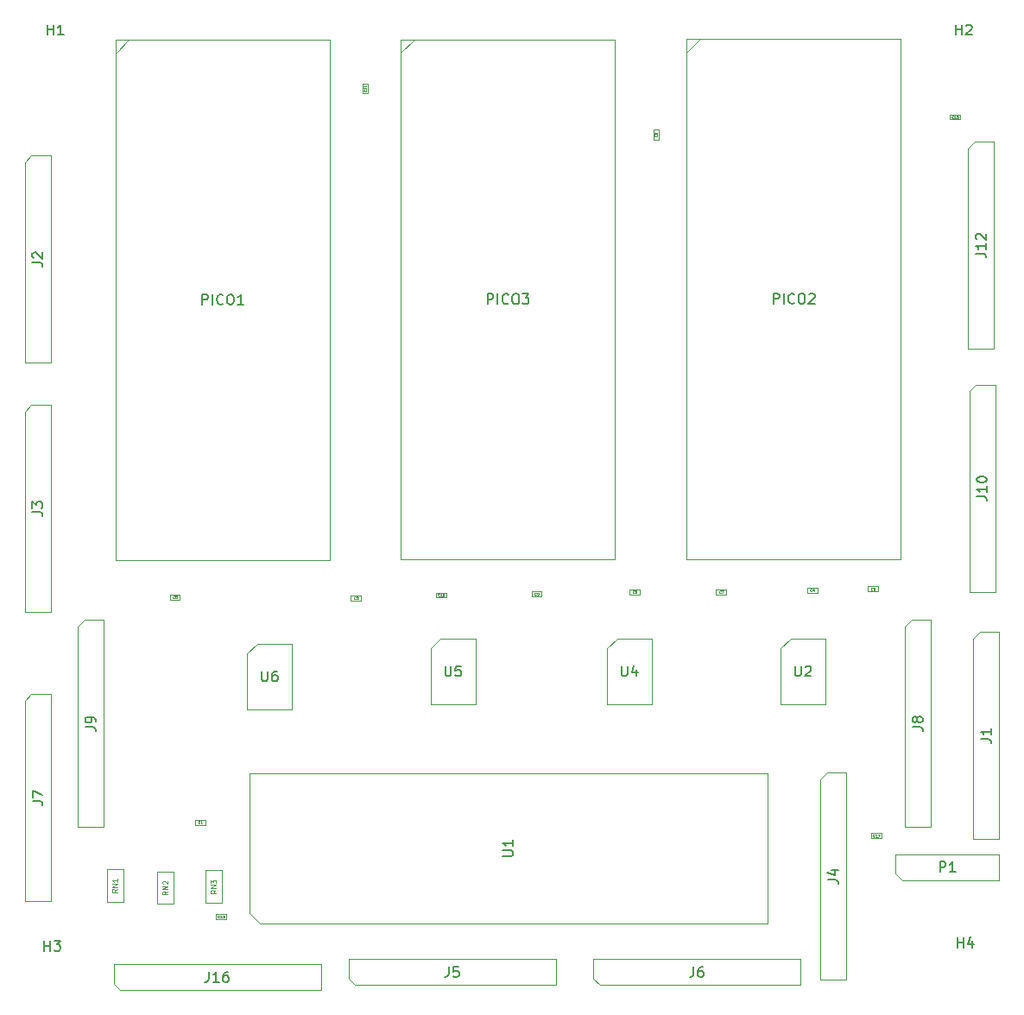
<source format=gbr>
G04 #@! TF.GenerationSoftware,KiCad,Pcbnew,7.0.11-7.0.11~ubuntu22.04.1*
G04 #@! TF.CreationDate,2024-09-18T23:24:04-04:00*
G04 #@! TF.ProjectId,tfr903d,74667239-3033-4642-9e6b-696361645f70,2024-09-18*
G04 #@! TF.SameCoordinates,Original*
G04 #@! TF.FileFunction,AssemblyDrawing,Top*
%FSLAX46Y46*%
G04 Gerber Fmt 4.6, Leading zero omitted, Abs format (unit mm)*
G04 Created by KiCad (PCBNEW 7.0.11-7.0.11~ubuntu22.04.1) date 2024-09-18 23:24:04*
%MOMM*%
%LPD*%
G01*
G04 APERTURE LIST*
%ADD10C,0.040000*%
%ADD11C,0.075000*%
%ADD12C,0.150000*%
%ADD13C,0.100000*%
%ADD14C,0.120000*%
G04 APERTURE END LIST*
D10*
X114489765Y-61961666D02*
X114501670Y-61973570D01*
X114501670Y-61973570D02*
X114513574Y-62009285D01*
X114513574Y-62009285D02*
X114513574Y-62033094D01*
X114513574Y-62033094D02*
X114501670Y-62068808D01*
X114501670Y-62068808D02*
X114477860Y-62092618D01*
X114477860Y-62092618D02*
X114454050Y-62104523D01*
X114454050Y-62104523D02*
X114406431Y-62116427D01*
X114406431Y-62116427D02*
X114370717Y-62116427D01*
X114370717Y-62116427D02*
X114323098Y-62104523D01*
X114323098Y-62104523D02*
X114299289Y-62092618D01*
X114299289Y-62092618D02*
X114275479Y-62068808D01*
X114275479Y-62068808D02*
X114263574Y-62033094D01*
X114263574Y-62033094D02*
X114263574Y-62009285D01*
X114263574Y-62009285D02*
X114275479Y-61973570D01*
X114275479Y-61973570D02*
X114287384Y-61961666D01*
X114263574Y-61747380D02*
X114263574Y-61794999D01*
X114263574Y-61794999D02*
X114275479Y-61818808D01*
X114275479Y-61818808D02*
X114287384Y-61830713D01*
X114287384Y-61830713D02*
X114323098Y-61854523D01*
X114323098Y-61854523D02*
X114370717Y-61866427D01*
X114370717Y-61866427D02*
X114465955Y-61866427D01*
X114465955Y-61866427D02*
X114489765Y-61854523D01*
X114489765Y-61854523D02*
X114501670Y-61842618D01*
X114501670Y-61842618D02*
X114513574Y-61818808D01*
X114513574Y-61818808D02*
X114513574Y-61771189D01*
X114513574Y-61771189D02*
X114501670Y-61747380D01*
X114501670Y-61747380D02*
X114489765Y-61735475D01*
X114489765Y-61735475D02*
X114465955Y-61723570D01*
X114465955Y-61723570D02*
X114406431Y-61723570D01*
X114406431Y-61723570D02*
X114382622Y-61735475D01*
X114382622Y-61735475D02*
X114370717Y-61747380D01*
X114370717Y-61747380D02*
X114358812Y-61771189D01*
X114358812Y-61771189D02*
X114358812Y-61818808D01*
X114358812Y-61818808D02*
X114370717Y-61842618D01*
X114370717Y-61842618D02*
X114382622Y-61854523D01*
X114382622Y-61854523D02*
X114406431Y-61866427D01*
X102658333Y-107089765D02*
X102646429Y-107101670D01*
X102646429Y-107101670D02*
X102610714Y-107113574D01*
X102610714Y-107113574D02*
X102586905Y-107113574D01*
X102586905Y-107113574D02*
X102551191Y-107101670D01*
X102551191Y-107101670D02*
X102527381Y-107077860D01*
X102527381Y-107077860D02*
X102515476Y-107054050D01*
X102515476Y-107054050D02*
X102503572Y-107006431D01*
X102503572Y-107006431D02*
X102503572Y-106970717D01*
X102503572Y-106970717D02*
X102515476Y-106923098D01*
X102515476Y-106923098D02*
X102527381Y-106899289D01*
X102527381Y-106899289D02*
X102551191Y-106875479D01*
X102551191Y-106875479D02*
X102586905Y-106863574D01*
X102586905Y-106863574D02*
X102610714Y-106863574D01*
X102610714Y-106863574D02*
X102646429Y-106875479D01*
X102646429Y-106875479D02*
X102658333Y-106887384D01*
X102777381Y-107113574D02*
X102825000Y-107113574D01*
X102825000Y-107113574D02*
X102848810Y-107101670D01*
X102848810Y-107101670D02*
X102860714Y-107089765D01*
X102860714Y-107089765D02*
X102884524Y-107054050D01*
X102884524Y-107054050D02*
X102896429Y-107006431D01*
X102896429Y-107006431D02*
X102896429Y-106911193D01*
X102896429Y-106911193D02*
X102884524Y-106887384D01*
X102884524Y-106887384D02*
X102872619Y-106875479D01*
X102872619Y-106875479D02*
X102848810Y-106863574D01*
X102848810Y-106863574D02*
X102801191Y-106863574D01*
X102801191Y-106863574D02*
X102777381Y-106875479D01*
X102777381Y-106875479D02*
X102765476Y-106887384D01*
X102765476Y-106887384D02*
X102753572Y-106911193D01*
X102753572Y-106911193D02*
X102753572Y-106970717D01*
X102753572Y-106970717D02*
X102765476Y-106994527D01*
X102765476Y-106994527D02*
X102777381Y-107006431D01*
X102777381Y-107006431D02*
X102801191Y-107018336D01*
X102801191Y-107018336D02*
X102848810Y-107018336D01*
X102848810Y-107018336D02*
X102872619Y-107006431D01*
X102872619Y-107006431D02*
X102884524Y-106994527D01*
X102884524Y-106994527D02*
X102896429Y-106970717D01*
D11*
X66527409Y-136145238D02*
X66289314Y-136311904D01*
X66527409Y-136430952D02*
X66027409Y-136430952D01*
X66027409Y-136430952D02*
X66027409Y-136240476D01*
X66027409Y-136240476D02*
X66051219Y-136192857D01*
X66051219Y-136192857D02*
X66075028Y-136169047D01*
X66075028Y-136169047D02*
X66122647Y-136145238D01*
X66122647Y-136145238D02*
X66194076Y-136145238D01*
X66194076Y-136145238D02*
X66241695Y-136169047D01*
X66241695Y-136169047D02*
X66265504Y-136192857D01*
X66265504Y-136192857D02*
X66289314Y-136240476D01*
X66289314Y-136240476D02*
X66289314Y-136430952D01*
X66527409Y-135930952D02*
X66027409Y-135930952D01*
X66027409Y-135930952D02*
X66527409Y-135645238D01*
X66527409Y-135645238D02*
X66027409Y-135645238D01*
X66075028Y-135430951D02*
X66051219Y-135407142D01*
X66051219Y-135407142D02*
X66027409Y-135359523D01*
X66027409Y-135359523D02*
X66027409Y-135240475D01*
X66027409Y-135240475D02*
X66051219Y-135192856D01*
X66051219Y-135192856D02*
X66075028Y-135169047D01*
X66075028Y-135169047D02*
X66122647Y-135145237D01*
X66122647Y-135145237D02*
X66170266Y-135145237D01*
X66170266Y-135145237D02*
X66241695Y-135169047D01*
X66241695Y-135169047D02*
X66527409Y-135454761D01*
X66527409Y-135454761D02*
X66527409Y-135145237D01*
D10*
X69678333Y-129489765D02*
X69666429Y-129501670D01*
X69666429Y-129501670D02*
X69630714Y-129513574D01*
X69630714Y-129513574D02*
X69606905Y-129513574D01*
X69606905Y-129513574D02*
X69571191Y-129501670D01*
X69571191Y-129501670D02*
X69547381Y-129477860D01*
X69547381Y-129477860D02*
X69535476Y-129454050D01*
X69535476Y-129454050D02*
X69523572Y-129406431D01*
X69523572Y-129406431D02*
X69523572Y-129370717D01*
X69523572Y-129370717D02*
X69535476Y-129323098D01*
X69535476Y-129323098D02*
X69547381Y-129299289D01*
X69547381Y-129299289D02*
X69571191Y-129275479D01*
X69571191Y-129275479D02*
X69606905Y-129263574D01*
X69606905Y-129263574D02*
X69630714Y-129263574D01*
X69630714Y-129263574D02*
X69666429Y-129275479D01*
X69666429Y-129275479D02*
X69678333Y-129287384D01*
X69916429Y-129513574D02*
X69773572Y-129513574D01*
X69845000Y-129513574D02*
X69845000Y-129263574D01*
X69845000Y-129263574D02*
X69821191Y-129299289D01*
X69821191Y-129299289D02*
X69797381Y-129323098D01*
X69797381Y-129323098D02*
X69773572Y-129335003D01*
D12*
X97885000Y-78544819D02*
X97885000Y-77544819D01*
X97885000Y-77544819D02*
X98265952Y-77544819D01*
X98265952Y-77544819D02*
X98361190Y-77592438D01*
X98361190Y-77592438D02*
X98408809Y-77640057D01*
X98408809Y-77640057D02*
X98456428Y-77735295D01*
X98456428Y-77735295D02*
X98456428Y-77878152D01*
X98456428Y-77878152D02*
X98408809Y-77973390D01*
X98408809Y-77973390D02*
X98361190Y-78021009D01*
X98361190Y-78021009D02*
X98265952Y-78068628D01*
X98265952Y-78068628D02*
X97885000Y-78068628D01*
X98885000Y-78544819D02*
X98885000Y-77544819D01*
X99932618Y-78449580D02*
X99884999Y-78497200D01*
X99884999Y-78497200D02*
X99742142Y-78544819D01*
X99742142Y-78544819D02*
X99646904Y-78544819D01*
X99646904Y-78544819D02*
X99504047Y-78497200D01*
X99504047Y-78497200D02*
X99408809Y-78401961D01*
X99408809Y-78401961D02*
X99361190Y-78306723D01*
X99361190Y-78306723D02*
X99313571Y-78116247D01*
X99313571Y-78116247D02*
X99313571Y-77973390D01*
X99313571Y-77973390D02*
X99361190Y-77782914D01*
X99361190Y-77782914D02*
X99408809Y-77687676D01*
X99408809Y-77687676D02*
X99504047Y-77592438D01*
X99504047Y-77592438D02*
X99646904Y-77544819D01*
X99646904Y-77544819D02*
X99742142Y-77544819D01*
X99742142Y-77544819D02*
X99884999Y-77592438D01*
X99884999Y-77592438D02*
X99932618Y-77640057D01*
X100551666Y-77544819D02*
X100742142Y-77544819D01*
X100742142Y-77544819D02*
X100837380Y-77592438D01*
X100837380Y-77592438D02*
X100932618Y-77687676D01*
X100932618Y-77687676D02*
X100980237Y-77878152D01*
X100980237Y-77878152D02*
X100980237Y-78211485D01*
X100980237Y-78211485D02*
X100932618Y-78401961D01*
X100932618Y-78401961D02*
X100837380Y-78497200D01*
X100837380Y-78497200D02*
X100742142Y-78544819D01*
X100742142Y-78544819D02*
X100551666Y-78544819D01*
X100551666Y-78544819D02*
X100456428Y-78497200D01*
X100456428Y-78497200D02*
X100361190Y-78401961D01*
X100361190Y-78401961D02*
X100313571Y-78211485D01*
X100313571Y-78211485D02*
X100313571Y-77878152D01*
X100313571Y-77878152D02*
X100361190Y-77687676D01*
X100361190Y-77687676D02*
X100456428Y-77592438D01*
X100456428Y-77592438D02*
X100551666Y-77544819D01*
X101313571Y-77544819D02*
X101932618Y-77544819D01*
X101932618Y-77544819D02*
X101599285Y-77925771D01*
X101599285Y-77925771D02*
X101742142Y-77925771D01*
X101742142Y-77925771D02*
X101837380Y-77973390D01*
X101837380Y-77973390D02*
X101884999Y-78021009D01*
X101884999Y-78021009D02*
X101932618Y-78116247D01*
X101932618Y-78116247D02*
X101932618Y-78354342D01*
X101932618Y-78354342D02*
X101884999Y-78449580D01*
X101884999Y-78449580D02*
X101837380Y-78497200D01*
X101837380Y-78497200D02*
X101742142Y-78544819D01*
X101742142Y-78544819D02*
X101456428Y-78544819D01*
X101456428Y-78544819D02*
X101361190Y-78497200D01*
X101361190Y-78497200D02*
X101313571Y-78449580D01*
X53254819Y-127303333D02*
X53969104Y-127303333D01*
X53969104Y-127303333D02*
X54111961Y-127350952D01*
X54111961Y-127350952D02*
X54207200Y-127446190D01*
X54207200Y-127446190D02*
X54254819Y-127589047D01*
X54254819Y-127589047D02*
X54254819Y-127684285D01*
X53254819Y-126922380D02*
X53254819Y-126255714D01*
X53254819Y-126255714D02*
X54254819Y-126684285D01*
X139554819Y-120023333D02*
X140269104Y-120023333D01*
X140269104Y-120023333D02*
X140411961Y-120070952D01*
X140411961Y-120070952D02*
X140507200Y-120166190D01*
X140507200Y-120166190D02*
X140554819Y-120309047D01*
X140554819Y-120309047D02*
X140554819Y-120404285D01*
X139983390Y-119404285D02*
X139935771Y-119499523D01*
X139935771Y-119499523D02*
X139888152Y-119547142D01*
X139888152Y-119547142D02*
X139792914Y-119594761D01*
X139792914Y-119594761D02*
X139745295Y-119594761D01*
X139745295Y-119594761D02*
X139650057Y-119547142D01*
X139650057Y-119547142D02*
X139602438Y-119499523D01*
X139602438Y-119499523D02*
X139554819Y-119404285D01*
X139554819Y-119404285D02*
X139554819Y-119213809D01*
X139554819Y-119213809D02*
X139602438Y-119118571D01*
X139602438Y-119118571D02*
X139650057Y-119070952D01*
X139650057Y-119070952D02*
X139745295Y-119023333D01*
X139745295Y-119023333D02*
X139792914Y-119023333D01*
X139792914Y-119023333D02*
X139888152Y-119070952D01*
X139888152Y-119070952D02*
X139935771Y-119118571D01*
X139935771Y-119118571D02*
X139983390Y-119213809D01*
X139983390Y-119213809D02*
X139983390Y-119404285D01*
X139983390Y-119404285D02*
X140031009Y-119499523D01*
X140031009Y-119499523D02*
X140078628Y-119547142D01*
X140078628Y-119547142D02*
X140173866Y-119594761D01*
X140173866Y-119594761D02*
X140364342Y-119594761D01*
X140364342Y-119594761D02*
X140459580Y-119547142D01*
X140459580Y-119547142D02*
X140507200Y-119499523D01*
X140507200Y-119499523D02*
X140554819Y-119404285D01*
X140554819Y-119404285D02*
X140554819Y-119213809D01*
X140554819Y-119213809D02*
X140507200Y-119118571D01*
X140507200Y-119118571D02*
X140459580Y-119070952D01*
X140459580Y-119070952D02*
X140364342Y-119023333D01*
X140364342Y-119023333D02*
X140173866Y-119023333D01*
X140173866Y-119023333D02*
X140078628Y-119070952D01*
X140078628Y-119070952D02*
X140031009Y-119118571D01*
X140031009Y-119118571D02*
X139983390Y-119213809D01*
X75738095Y-114554819D02*
X75738095Y-115364342D01*
X75738095Y-115364342D02*
X75785714Y-115459580D01*
X75785714Y-115459580D02*
X75833333Y-115507200D01*
X75833333Y-115507200D02*
X75928571Y-115554819D01*
X75928571Y-115554819D02*
X76119047Y-115554819D01*
X76119047Y-115554819D02*
X76214285Y-115507200D01*
X76214285Y-115507200D02*
X76261904Y-115459580D01*
X76261904Y-115459580D02*
X76309523Y-115364342D01*
X76309523Y-115364342D02*
X76309523Y-114554819D01*
X77214285Y-114554819D02*
X77023809Y-114554819D01*
X77023809Y-114554819D02*
X76928571Y-114602438D01*
X76928571Y-114602438D02*
X76880952Y-114650057D01*
X76880952Y-114650057D02*
X76785714Y-114792914D01*
X76785714Y-114792914D02*
X76738095Y-114983390D01*
X76738095Y-114983390D02*
X76738095Y-115364342D01*
X76738095Y-115364342D02*
X76785714Y-115459580D01*
X76785714Y-115459580D02*
X76833333Y-115507200D01*
X76833333Y-115507200D02*
X76928571Y-115554819D01*
X76928571Y-115554819D02*
X77119047Y-115554819D01*
X77119047Y-115554819D02*
X77214285Y-115507200D01*
X77214285Y-115507200D02*
X77261904Y-115459580D01*
X77261904Y-115459580D02*
X77309523Y-115364342D01*
X77309523Y-115364342D02*
X77309523Y-115126247D01*
X77309523Y-115126247D02*
X77261904Y-115031009D01*
X77261904Y-115031009D02*
X77214285Y-114983390D01*
X77214285Y-114983390D02*
X77119047Y-114935771D01*
X77119047Y-114935771D02*
X76928571Y-114935771D01*
X76928571Y-114935771D02*
X76833333Y-114983390D01*
X76833333Y-114983390D02*
X76785714Y-115031009D01*
X76785714Y-115031009D02*
X76738095Y-115126247D01*
X70565476Y-144054819D02*
X70565476Y-144769104D01*
X70565476Y-144769104D02*
X70517857Y-144911961D01*
X70517857Y-144911961D02*
X70422619Y-145007200D01*
X70422619Y-145007200D02*
X70279762Y-145054819D01*
X70279762Y-145054819D02*
X70184524Y-145054819D01*
X71565476Y-145054819D02*
X70994048Y-145054819D01*
X71279762Y-145054819D02*
X71279762Y-144054819D01*
X71279762Y-144054819D02*
X71184524Y-144197676D01*
X71184524Y-144197676D02*
X71089286Y-144292914D01*
X71089286Y-144292914D02*
X70994048Y-144340533D01*
X72422619Y-144054819D02*
X72232143Y-144054819D01*
X72232143Y-144054819D02*
X72136905Y-144102438D01*
X72136905Y-144102438D02*
X72089286Y-144150057D01*
X72089286Y-144150057D02*
X71994048Y-144292914D01*
X71994048Y-144292914D02*
X71946429Y-144483390D01*
X71946429Y-144483390D02*
X71946429Y-144864342D01*
X71946429Y-144864342D02*
X71994048Y-144959580D01*
X71994048Y-144959580D02*
X72041667Y-145007200D01*
X72041667Y-145007200D02*
X72136905Y-145054819D01*
X72136905Y-145054819D02*
X72327381Y-145054819D01*
X72327381Y-145054819D02*
X72422619Y-145007200D01*
X72422619Y-145007200D02*
X72470238Y-144959580D01*
X72470238Y-144959580D02*
X72517857Y-144864342D01*
X72517857Y-144864342D02*
X72517857Y-144626247D01*
X72517857Y-144626247D02*
X72470238Y-144531009D01*
X72470238Y-144531009D02*
X72422619Y-144483390D01*
X72422619Y-144483390D02*
X72327381Y-144435771D01*
X72327381Y-144435771D02*
X72136905Y-144435771D01*
X72136905Y-144435771D02*
X72041667Y-144483390D01*
X72041667Y-144483390D02*
X71994048Y-144531009D01*
X71994048Y-144531009D02*
X71946429Y-144626247D01*
X54433995Y-142000719D02*
X54433995Y-141000719D01*
X54433995Y-141476909D02*
X55005423Y-141476909D01*
X55005423Y-142000719D02*
X55005423Y-141000719D01*
X55386376Y-141000719D02*
X56005423Y-141000719D01*
X56005423Y-141000719D02*
X55672090Y-141381671D01*
X55672090Y-141381671D02*
X55814947Y-141381671D01*
X55814947Y-141381671D02*
X55910185Y-141429290D01*
X55910185Y-141429290D02*
X55957804Y-141476909D01*
X55957804Y-141476909D02*
X56005423Y-141572147D01*
X56005423Y-141572147D02*
X56005423Y-141810242D01*
X56005423Y-141810242D02*
X55957804Y-141905480D01*
X55957804Y-141905480D02*
X55910185Y-141953100D01*
X55910185Y-141953100D02*
X55814947Y-142000719D01*
X55814947Y-142000719D02*
X55529233Y-142000719D01*
X55529233Y-142000719D02*
X55433995Y-141953100D01*
X55433995Y-141953100D02*
X55386376Y-141905480D01*
X145754819Y-73579523D02*
X146469104Y-73579523D01*
X146469104Y-73579523D02*
X146611961Y-73627142D01*
X146611961Y-73627142D02*
X146707200Y-73722380D01*
X146707200Y-73722380D02*
X146754819Y-73865237D01*
X146754819Y-73865237D02*
X146754819Y-73960475D01*
X146754819Y-72579523D02*
X146754819Y-73150951D01*
X146754819Y-72865237D02*
X145754819Y-72865237D01*
X145754819Y-72865237D02*
X145897676Y-72960475D01*
X145897676Y-72960475D02*
X145992914Y-73055713D01*
X145992914Y-73055713D02*
X146040533Y-73150951D01*
X145850057Y-72198570D02*
X145802438Y-72150951D01*
X145802438Y-72150951D02*
X145754819Y-72055713D01*
X145754819Y-72055713D02*
X145754819Y-71817618D01*
X145754819Y-71817618D02*
X145802438Y-71722380D01*
X145802438Y-71722380D02*
X145850057Y-71674761D01*
X145850057Y-71674761D02*
X145945295Y-71627142D01*
X145945295Y-71627142D02*
X146040533Y-71627142D01*
X146040533Y-71627142D02*
X146183390Y-71674761D01*
X146183390Y-71674761D02*
X146754819Y-72246189D01*
X146754819Y-72246189D02*
X146754819Y-71627142D01*
X143803095Y-52144819D02*
X143803095Y-51144819D01*
X143803095Y-51621009D02*
X144374523Y-51621009D01*
X144374523Y-52144819D02*
X144374523Y-51144819D01*
X144803095Y-51240057D02*
X144850714Y-51192438D01*
X144850714Y-51192438D02*
X144945952Y-51144819D01*
X144945952Y-51144819D02*
X145184047Y-51144819D01*
X145184047Y-51144819D02*
X145279285Y-51192438D01*
X145279285Y-51192438D02*
X145326904Y-51240057D01*
X145326904Y-51240057D02*
X145374523Y-51335295D01*
X145374523Y-51335295D02*
X145374523Y-51430533D01*
X145374523Y-51430533D02*
X145326904Y-51573390D01*
X145326904Y-51573390D02*
X144755476Y-52144819D01*
X144755476Y-52144819D02*
X145374523Y-52144819D01*
D11*
X71277409Y-136045238D02*
X71039314Y-136211904D01*
X71277409Y-136330952D02*
X70777409Y-136330952D01*
X70777409Y-136330952D02*
X70777409Y-136140476D01*
X70777409Y-136140476D02*
X70801219Y-136092857D01*
X70801219Y-136092857D02*
X70825028Y-136069047D01*
X70825028Y-136069047D02*
X70872647Y-136045238D01*
X70872647Y-136045238D02*
X70944076Y-136045238D01*
X70944076Y-136045238D02*
X70991695Y-136069047D01*
X70991695Y-136069047D02*
X71015504Y-136092857D01*
X71015504Y-136092857D02*
X71039314Y-136140476D01*
X71039314Y-136140476D02*
X71039314Y-136330952D01*
X71277409Y-135830952D02*
X70777409Y-135830952D01*
X70777409Y-135830952D02*
X71277409Y-135545238D01*
X71277409Y-135545238D02*
X70777409Y-135545238D01*
X70777409Y-135354761D02*
X70777409Y-135045237D01*
X70777409Y-135045237D02*
X70967885Y-135211904D01*
X70967885Y-135211904D02*
X70967885Y-135140475D01*
X70967885Y-135140475D02*
X70991695Y-135092856D01*
X70991695Y-135092856D02*
X71015504Y-135069047D01*
X71015504Y-135069047D02*
X71063123Y-135045237D01*
X71063123Y-135045237D02*
X71182171Y-135045237D01*
X71182171Y-135045237D02*
X71229790Y-135069047D01*
X71229790Y-135069047D02*
X71253600Y-135092856D01*
X71253600Y-135092856D02*
X71277409Y-135140475D01*
X71277409Y-135140475D02*
X71277409Y-135283332D01*
X71277409Y-135283332D02*
X71253600Y-135330951D01*
X71253600Y-135330951D02*
X71229790Y-135354761D01*
D10*
X135839285Y-130789765D02*
X135827381Y-130801670D01*
X135827381Y-130801670D02*
X135791666Y-130813574D01*
X135791666Y-130813574D02*
X135767857Y-130813574D01*
X135767857Y-130813574D02*
X135732143Y-130801670D01*
X135732143Y-130801670D02*
X135708333Y-130777860D01*
X135708333Y-130777860D02*
X135696428Y-130754050D01*
X135696428Y-130754050D02*
X135684524Y-130706431D01*
X135684524Y-130706431D02*
X135684524Y-130670717D01*
X135684524Y-130670717D02*
X135696428Y-130623098D01*
X135696428Y-130623098D02*
X135708333Y-130599289D01*
X135708333Y-130599289D02*
X135732143Y-130575479D01*
X135732143Y-130575479D02*
X135767857Y-130563574D01*
X135767857Y-130563574D02*
X135791666Y-130563574D01*
X135791666Y-130563574D02*
X135827381Y-130575479D01*
X135827381Y-130575479D02*
X135839285Y-130587384D01*
X136077381Y-130813574D02*
X135934524Y-130813574D01*
X136005952Y-130813574D02*
X136005952Y-130563574D01*
X136005952Y-130563574D02*
X135982143Y-130599289D01*
X135982143Y-130599289D02*
X135958333Y-130623098D01*
X135958333Y-130623098D02*
X135934524Y-130635003D01*
X136160714Y-130563574D02*
X136327380Y-130563574D01*
X136327380Y-130563574D02*
X136220238Y-130813574D01*
D12*
X53244819Y-74463333D02*
X53959104Y-74463333D01*
X53959104Y-74463333D02*
X54101961Y-74510952D01*
X54101961Y-74510952D02*
X54197200Y-74606190D01*
X54197200Y-74606190D02*
X54244819Y-74749047D01*
X54244819Y-74749047D02*
X54244819Y-74844285D01*
X53340057Y-74034761D02*
X53292438Y-73987142D01*
X53292438Y-73987142D02*
X53244819Y-73891904D01*
X53244819Y-73891904D02*
X53244819Y-73653809D01*
X53244819Y-73653809D02*
X53292438Y-73558571D01*
X53292438Y-73558571D02*
X53340057Y-73510952D01*
X53340057Y-73510952D02*
X53435295Y-73463333D01*
X53435295Y-73463333D02*
X53530533Y-73463333D01*
X53530533Y-73463333D02*
X53673390Y-73510952D01*
X53673390Y-73510952D02*
X54244819Y-74082380D01*
X54244819Y-74082380D02*
X54244819Y-73463333D01*
X93738095Y-114054819D02*
X93738095Y-114864342D01*
X93738095Y-114864342D02*
X93785714Y-114959580D01*
X93785714Y-114959580D02*
X93833333Y-115007200D01*
X93833333Y-115007200D02*
X93928571Y-115054819D01*
X93928571Y-115054819D02*
X94119047Y-115054819D01*
X94119047Y-115054819D02*
X94214285Y-115007200D01*
X94214285Y-115007200D02*
X94261904Y-114959580D01*
X94261904Y-114959580D02*
X94309523Y-114864342D01*
X94309523Y-114864342D02*
X94309523Y-114054819D01*
X95261904Y-114054819D02*
X94785714Y-114054819D01*
X94785714Y-114054819D02*
X94738095Y-114531009D01*
X94738095Y-114531009D02*
X94785714Y-114483390D01*
X94785714Y-114483390D02*
X94880952Y-114435771D01*
X94880952Y-114435771D02*
X95119047Y-114435771D01*
X95119047Y-114435771D02*
X95214285Y-114483390D01*
X95214285Y-114483390D02*
X95261904Y-114531009D01*
X95261904Y-114531009D02*
X95309523Y-114626247D01*
X95309523Y-114626247D02*
X95309523Y-114864342D01*
X95309523Y-114864342D02*
X95261904Y-114959580D01*
X95261904Y-114959580D02*
X95214285Y-115007200D01*
X95214285Y-115007200D02*
X95119047Y-115054819D01*
X95119047Y-115054819D02*
X94880952Y-115054819D01*
X94880952Y-115054819D02*
X94785714Y-115007200D01*
X94785714Y-115007200D02*
X94738095Y-114959580D01*
X128038095Y-114054819D02*
X128038095Y-114864342D01*
X128038095Y-114864342D02*
X128085714Y-114959580D01*
X128085714Y-114959580D02*
X128133333Y-115007200D01*
X128133333Y-115007200D02*
X128228571Y-115054819D01*
X128228571Y-115054819D02*
X128419047Y-115054819D01*
X128419047Y-115054819D02*
X128514285Y-115007200D01*
X128514285Y-115007200D02*
X128561904Y-114959580D01*
X128561904Y-114959580D02*
X128609523Y-114864342D01*
X128609523Y-114864342D02*
X128609523Y-114054819D01*
X129038095Y-114150057D02*
X129085714Y-114102438D01*
X129085714Y-114102438D02*
X129180952Y-114054819D01*
X129180952Y-114054819D02*
X129419047Y-114054819D01*
X129419047Y-114054819D02*
X129514285Y-114102438D01*
X129514285Y-114102438D02*
X129561904Y-114150057D01*
X129561904Y-114150057D02*
X129609523Y-114245295D01*
X129609523Y-114245295D02*
X129609523Y-114340533D01*
X129609523Y-114340533D02*
X129561904Y-114483390D01*
X129561904Y-114483390D02*
X128990476Y-115054819D01*
X128990476Y-115054819D02*
X129609523Y-115054819D01*
X146254819Y-121203333D02*
X146969104Y-121203333D01*
X146969104Y-121203333D02*
X147111961Y-121250952D01*
X147111961Y-121250952D02*
X147207200Y-121346190D01*
X147207200Y-121346190D02*
X147254819Y-121489047D01*
X147254819Y-121489047D02*
X147254819Y-121584285D01*
X147254819Y-120203333D02*
X147254819Y-120774761D01*
X147254819Y-120489047D02*
X146254819Y-120489047D01*
X146254819Y-120489047D02*
X146397676Y-120584285D01*
X146397676Y-120584285D02*
X146492914Y-120679523D01*
X146492914Y-120679523D02*
X146540533Y-120774761D01*
X131254819Y-135003333D02*
X131969104Y-135003333D01*
X131969104Y-135003333D02*
X132111961Y-135050952D01*
X132111961Y-135050952D02*
X132207200Y-135146190D01*
X132207200Y-135146190D02*
X132254819Y-135289047D01*
X132254819Y-135289047D02*
X132254819Y-135384285D01*
X131588152Y-134098571D02*
X132254819Y-134098571D01*
X131207200Y-134336666D02*
X131921485Y-134574761D01*
X131921485Y-134574761D02*
X131921485Y-133955714D01*
D10*
X84938333Y-107489765D02*
X84926429Y-107501670D01*
X84926429Y-107501670D02*
X84890714Y-107513574D01*
X84890714Y-107513574D02*
X84866905Y-107513574D01*
X84866905Y-107513574D02*
X84831191Y-107501670D01*
X84831191Y-107501670D02*
X84807381Y-107477860D01*
X84807381Y-107477860D02*
X84795476Y-107454050D01*
X84795476Y-107454050D02*
X84783572Y-107406431D01*
X84783572Y-107406431D02*
X84783572Y-107370717D01*
X84783572Y-107370717D02*
X84795476Y-107323098D01*
X84795476Y-107323098D02*
X84807381Y-107299289D01*
X84807381Y-107299289D02*
X84831191Y-107275479D01*
X84831191Y-107275479D02*
X84866905Y-107263574D01*
X84866905Y-107263574D02*
X84890714Y-107263574D01*
X84890714Y-107263574D02*
X84926429Y-107275479D01*
X84926429Y-107275479D02*
X84938333Y-107287384D01*
X85033572Y-107287384D02*
X85045476Y-107275479D01*
X85045476Y-107275479D02*
X85069286Y-107263574D01*
X85069286Y-107263574D02*
X85128810Y-107263574D01*
X85128810Y-107263574D02*
X85152619Y-107275479D01*
X85152619Y-107275479D02*
X85164524Y-107287384D01*
X85164524Y-107287384D02*
X85176429Y-107311193D01*
X85176429Y-107311193D02*
X85176429Y-107335003D01*
X85176429Y-107335003D02*
X85164524Y-107370717D01*
X85164524Y-107370717D02*
X85021667Y-107513574D01*
X85021667Y-107513574D02*
X85176429Y-107513574D01*
D11*
X61577409Y-135945238D02*
X61339314Y-136111904D01*
X61577409Y-136230952D02*
X61077409Y-136230952D01*
X61077409Y-136230952D02*
X61077409Y-136040476D01*
X61077409Y-136040476D02*
X61101219Y-135992857D01*
X61101219Y-135992857D02*
X61125028Y-135969047D01*
X61125028Y-135969047D02*
X61172647Y-135945238D01*
X61172647Y-135945238D02*
X61244076Y-135945238D01*
X61244076Y-135945238D02*
X61291695Y-135969047D01*
X61291695Y-135969047D02*
X61315504Y-135992857D01*
X61315504Y-135992857D02*
X61339314Y-136040476D01*
X61339314Y-136040476D02*
X61339314Y-136230952D01*
X61577409Y-135730952D02*
X61077409Y-135730952D01*
X61077409Y-135730952D02*
X61577409Y-135445238D01*
X61577409Y-135445238D02*
X61077409Y-135445238D01*
X61577409Y-134945237D02*
X61577409Y-135230951D01*
X61577409Y-135088094D02*
X61077409Y-135088094D01*
X61077409Y-135088094D02*
X61148838Y-135135713D01*
X61148838Y-135135713D02*
X61196457Y-135183332D01*
X61196457Y-135183332D02*
X61220266Y-135230951D01*
D12*
X142251905Y-134254819D02*
X142251905Y-133254819D01*
X142251905Y-133254819D02*
X142632857Y-133254819D01*
X142632857Y-133254819D02*
X142728095Y-133302438D01*
X142728095Y-133302438D02*
X142775714Y-133350057D01*
X142775714Y-133350057D02*
X142823333Y-133445295D01*
X142823333Y-133445295D02*
X142823333Y-133588152D01*
X142823333Y-133588152D02*
X142775714Y-133683390D01*
X142775714Y-133683390D02*
X142728095Y-133731009D01*
X142728095Y-133731009D02*
X142632857Y-133778628D01*
X142632857Y-133778628D02*
X142251905Y-133778628D01*
X143775714Y-134254819D02*
X143204286Y-134254819D01*
X143490000Y-134254819D02*
X143490000Y-133254819D01*
X143490000Y-133254819D02*
X143394762Y-133397676D01*
X143394762Y-133397676D02*
X143299524Y-133492914D01*
X143299524Y-133492914D02*
X143204286Y-133540533D01*
X99389819Y-132716904D02*
X100199342Y-132716904D01*
X100199342Y-132716904D02*
X100294580Y-132669285D01*
X100294580Y-132669285D02*
X100342200Y-132621666D01*
X100342200Y-132621666D02*
X100389819Y-132526428D01*
X100389819Y-132526428D02*
X100389819Y-132335952D01*
X100389819Y-132335952D02*
X100342200Y-132240714D01*
X100342200Y-132240714D02*
X100294580Y-132193095D01*
X100294580Y-132193095D02*
X100199342Y-132145476D01*
X100199342Y-132145476D02*
X99389819Y-132145476D01*
X100389819Y-131145476D02*
X100389819Y-131716904D01*
X100389819Y-131431190D02*
X99389819Y-131431190D01*
X99389819Y-131431190D02*
X99532676Y-131526428D01*
X99532676Y-131526428D02*
X99627914Y-131621666D01*
X99627914Y-131621666D02*
X99675533Y-131716904D01*
X125925000Y-78524819D02*
X125925000Y-77524819D01*
X125925000Y-77524819D02*
X126305952Y-77524819D01*
X126305952Y-77524819D02*
X126401190Y-77572438D01*
X126401190Y-77572438D02*
X126448809Y-77620057D01*
X126448809Y-77620057D02*
X126496428Y-77715295D01*
X126496428Y-77715295D02*
X126496428Y-77858152D01*
X126496428Y-77858152D02*
X126448809Y-77953390D01*
X126448809Y-77953390D02*
X126401190Y-78001009D01*
X126401190Y-78001009D02*
X126305952Y-78048628D01*
X126305952Y-78048628D02*
X125925000Y-78048628D01*
X126925000Y-78524819D02*
X126925000Y-77524819D01*
X127972618Y-78429580D02*
X127924999Y-78477200D01*
X127924999Y-78477200D02*
X127782142Y-78524819D01*
X127782142Y-78524819D02*
X127686904Y-78524819D01*
X127686904Y-78524819D02*
X127544047Y-78477200D01*
X127544047Y-78477200D02*
X127448809Y-78381961D01*
X127448809Y-78381961D02*
X127401190Y-78286723D01*
X127401190Y-78286723D02*
X127353571Y-78096247D01*
X127353571Y-78096247D02*
X127353571Y-77953390D01*
X127353571Y-77953390D02*
X127401190Y-77762914D01*
X127401190Y-77762914D02*
X127448809Y-77667676D01*
X127448809Y-77667676D02*
X127544047Y-77572438D01*
X127544047Y-77572438D02*
X127686904Y-77524819D01*
X127686904Y-77524819D02*
X127782142Y-77524819D01*
X127782142Y-77524819D02*
X127924999Y-77572438D01*
X127924999Y-77572438D02*
X127972618Y-77620057D01*
X128591666Y-77524819D02*
X128782142Y-77524819D01*
X128782142Y-77524819D02*
X128877380Y-77572438D01*
X128877380Y-77572438D02*
X128972618Y-77667676D01*
X128972618Y-77667676D02*
X129020237Y-77858152D01*
X129020237Y-77858152D02*
X129020237Y-78191485D01*
X129020237Y-78191485D02*
X128972618Y-78381961D01*
X128972618Y-78381961D02*
X128877380Y-78477200D01*
X128877380Y-78477200D02*
X128782142Y-78524819D01*
X128782142Y-78524819D02*
X128591666Y-78524819D01*
X128591666Y-78524819D02*
X128496428Y-78477200D01*
X128496428Y-78477200D02*
X128401190Y-78381961D01*
X128401190Y-78381961D02*
X128353571Y-78191485D01*
X128353571Y-78191485D02*
X128353571Y-77858152D01*
X128353571Y-77858152D02*
X128401190Y-77667676D01*
X128401190Y-77667676D02*
X128496428Y-77572438D01*
X128496428Y-77572438D02*
X128591666Y-77524819D01*
X129401190Y-77620057D02*
X129448809Y-77572438D01*
X129448809Y-77572438D02*
X129544047Y-77524819D01*
X129544047Y-77524819D02*
X129782142Y-77524819D01*
X129782142Y-77524819D02*
X129877380Y-77572438D01*
X129877380Y-77572438D02*
X129924999Y-77620057D01*
X129924999Y-77620057D02*
X129972618Y-77715295D01*
X129972618Y-77715295D02*
X129972618Y-77810533D01*
X129972618Y-77810533D02*
X129924999Y-77953390D01*
X129924999Y-77953390D02*
X129353571Y-78524819D01*
X129353571Y-78524819D02*
X129972618Y-78524819D01*
X118081666Y-143554819D02*
X118081666Y-144269104D01*
X118081666Y-144269104D02*
X118034047Y-144411961D01*
X118034047Y-144411961D02*
X117938809Y-144507200D01*
X117938809Y-144507200D02*
X117795952Y-144554819D01*
X117795952Y-144554819D02*
X117700714Y-144554819D01*
X118986428Y-143554819D02*
X118795952Y-143554819D01*
X118795952Y-143554819D02*
X118700714Y-143602438D01*
X118700714Y-143602438D02*
X118653095Y-143650057D01*
X118653095Y-143650057D02*
X118557857Y-143792914D01*
X118557857Y-143792914D02*
X118510238Y-143983390D01*
X118510238Y-143983390D02*
X118510238Y-144364342D01*
X118510238Y-144364342D02*
X118557857Y-144459580D01*
X118557857Y-144459580D02*
X118605476Y-144507200D01*
X118605476Y-144507200D02*
X118700714Y-144554819D01*
X118700714Y-144554819D02*
X118891190Y-144554819D01*
X118891190Y-144554819D02*
X118986428Y-144507200D01*
X118986428Y-144507200D02*
X119034047Y-144459580D01*
X119034047Y-144459580D02*
X119081666Y-144364342D01*
X119081666Y-144364342D02*
X119081666Y-144126247D01*
X119081666Y-144126247D02*
X119034047Y-144031009D01*
X119034047Y-144031009D02*
X118986428Y-143983390D01*
X118986428Y-143983390D02*
X118891190Y-143935771D01*
X118891190Y-143935771D02*
X118700714Y-143935771D01*
X118700714Y-143935771D02*
X118605476Y-143983390D01*
X118605476Y-143983390D02*
X118557857Y-144031009D01*
X118557857Y-144031009D02*
X118510238Y-144126247D01*
D10*
X129678333Y-106689765D02*
X129666429Y-106701670D01*
X129666429Y-106701670D02*
X129630714Y-106713574D01*
X129630714Y-106713574D02*
X129606905Y-106713574D01*
X129606905Y-106713574D02*
X129571191Y-106701670D01*
X129571191Y-106701670D02*
X129547381Y-106677860D01*
X129547381Y-106677860D02*
X129535476Y-106654050D01*
X129535476Y-106654050D02*
X129523572Y-106606431D01*
X129523572Y-106606431D02*
X129523572Y-106570717D01*
X129523572Y-106570717D02*
X129535476Y-106523098D01*
X129535476Y-106523098D02*
X129547381Y-106499289D01*
X129547381Y-106499289D02*
X129571191Y-106475479D01*
X129571191Y-106475479D02*
X129606905Y-106463574D01*
X129606905Y-106463574D02*
X129630714Y-106463574D01*
X129630714Y-106463574D02*
X129666429Y-106475479D01*
X129666429Y-106475479D02*
X129678333Y-106487384D01*
X129892619Y-106546908D02*
X129892619Y-106713574D01*
X129833095Y-106451670D02*
X129773572Y-106630241D01*
X129773572Y-106630241D02*
X129928333Y-106630241D01*
X67178333Y-107389765D02*
X67166429Y-107401670D01*
X67166429Y-107401670D02*
X67130714Y-107413574D01*
X67130714Y-107413574D02*
X67106905Y-107413574D01*
X67106905Y-107413574D02*
X67071191Y-107401670D01*
X67071191Y-107401670D02*
X67047381Y-107377860D01*
X67047381Y-107377860D02*
X67035476Y-107354050D01*
X67035476Y-107354050D02*
X67023572Y-107306431D01*
X67023572Y-107306431D02*
X67023572Y-107270717D01*
X67023572Y-107270717D02*
X67035476Y-107223098D01*
X67035476Y-107223098D02*
X67047381Y-107199289D01*
X67047381Y-107199289D02*
X67071191Y-107175479D01*
X67071191Y-107175479D02*
X67106905Y-107163574D01*
X67106905Y-107163574D02*
X67130714Y-107163574D01*
X67130714Y-107163574D02*
X67166429Y-107175479D01*
X67166429Y-107175479D02*
X67178333Y-107187384D01*
X67321191Y-107270717D02*
X67297381Y-107258812D01*
X67297381Y-107258812D02*
X67285476Y-107246908D01*
X67285476Y-107246908D02*
X67273572Y-107223098D01*
X67273572Y-107223098D02*
X67273572Y-107211193D01*
X67273572Y-107211193D02*
X67285476Y-107187384D01*
X67285476Y-107187384D02*
X67297381Y-107175479D01*
X67297381Y-107175479D02*
X67321191Y-107163574D01*
X67321191Y-107163574D02*
X67368810Y-107163574D01*
X67368810Y-107163574D02*
X67392619Y-107175479D01*
X67392619Y-107175479D02*
X67404524Y-107187384D01*
X67404524Y-107187384D02*
X67416429Y-107211193D01*
X67416429Y-107211193D02*
X67416429Y-107223098D01*
X67416429Y-107223098D02*
X67404524Y-107246908D01*
X67404524Y-107246908D02*
X67392619Y-107258812D01*
X67392619Y-107258812D02*
X67368810Y-107270717D01*
X67368810Y-107270717D02*
X67321191Y-107270717D01*
X67321191Y-107270717D02*
X67297381Y-107282622D01*
X67297381Y-107282622D02*
X67285476Y-107294527D01*
X67285476Y-107294527D02*
X67273572Y-107318336D01*
X67273572Y-107318336D02*
X67273572Y-107365955D01*
X67273572Y-107365955D02*
X67285476Y-107389765D01*
X67285476Y-107389765D02*
X67297381Y-107401670D01*
X67297381Y-107401670D02*
X67321191Y-107413574D01*
X67321191Y-107413574D02*
X67368810Y-107413574D01*
X67368810Y-107413574D02*
X67392619Y-107401670D01*
X67392619Y-107401670D02*
X67404524Y-107389765D01*
X67404524Y-107389765D02*
X67416429Y-107365955D01*
X67416429Y-107365955D02*
X67416429Y-107318336D01*
X67416429Y-107318336D02*
X67404524Y-107294527D01*
X67404524Y-107294527D02*
X67392619Y-107282622D01*
X67392619Y-107282622D02*
X67368810Y-107270717D01*
X135638333Y-106589765D02*
X135626429Y-106601670D01*
X135626429Y-106601670D02*
X135590714Y-106613574D01*
X135590714Y-106613574D02*
X135566905Y-106613574D01*
X135566905Y-106613574D02*
X135531191Y-106601670D01*
X135531191Y-106601670D02*
X135507381Y-106577860D01*
X135507381Y-106577860D02*
X135495476Y-106554050D01*
X135495476Y-106554050D02*
X135483572Y-106506431D01*
X135483572Y-106506431D02*
X135483572Y-106470717D01*
X135483572Y-106470717D02*
X135495476Y-106423098D01*
X135495476Y-106423098D02*
X135507381Y-106399289D01*
X135507381Y-106399289D02*
X135531191Y-106375479D01*
X135531191Y-106375479D02*
X135566905Y-106363574D01*
X135566905Y-106363574D02*
X135590714Y-106363574D01*
X135590714Y-106363574D02*
X135626429Y-106375479D01*
X135626429Y-106375479D02*
X135638333Y-106387384D01*
X135721667Y-106363574D02*
X135876429Y-106363574D01*
X135876429Y-106363574D02*
X135793095Y-106458812D01*
X135793095Y-106458812D02*
X135828810Y-106458812D01*
X135828810Y-106458812D02*
X135852619Y-106470717D01*
X135852619Y-106470717D02*
X135864524Y-106482622D01*
X135864524Y-106482622D02*
X135876429Y-106506431D01*
X135876429Y-106506431D02*
X135876429Y-106565955D01*
X135876429Y-106565955D02*
X135864524Y-106589765D01*
X135864524Y-106589765D02*
X135852619Y-106601670D01*
X135852619Y-106601670D02*
X135828810Y-106613574D01*
X135828810Y-106613574D02*
X135757381Y-106613574D01*
X135757381Y-106613574D02*
X135733572Y-106601670D01*
X135733572Y-106601670D02*
X135721667Y-106589765D01*
D12*
X53244819Y-98933333D02*
X53959104Y-98933333D01*
X53959104Y-98933333D02*
X54101961Y-98980952D01*
X54101961Y-98980952D02*
X54197200Y-99076190D01*
X54197200Y-99076190D02*
X54244819Y-99219047D01*
X54244819Y-99219047D02*
X54244819Y-99314285D01*
X53244819Y-98552380D02*
X53244819Y-97933333D01*
X53244819Y-97933333D02*
X53625771Y-98266666D01*
X53625771Y-98266666D02*
X53625771Y-98123809D01*
X53625771Y-98123809D02*
X53673390Y-98028571D01*
X53673390Y-98028571D02*
X53721009Y-97980952D01*
X53721009Y-97980952D02*
X53816247Y-97933333D01*
X53816247Y-97933333D02*
X54054342Y-97933333D01*
X54054342Y-97933333D02*
X54149580Y-97980952D01*
X54149580Y-97980952D02*
X54197200Y-98028571D01*
X54197200Y-98028571D02*
X54244819Y-98123809D01*
X54244819Y-98123809D02*
X54244819Y-98409523D01*
X54244819Y-98409523D02*
X54197200Y-98504761D01*
X54197200Y-98504761D02*
X54149580Y-98552380D01*
D10*
X85989765Y-57560714D02*
X86001670Y-57572618D01*
X86001670Y-57572618D02*
X86013574Y-57608333D01*
X86013574Y-57608333D02*
X86013574Y-57632142D01*
X86013574Y-57632142D02*
X86001670Y-57667856D01*
X86001670Y-57667856D02*
X85977860Y-57691666D01*
X85977860Y-57691666D02*
X85954050Y-57703571D01*
X85954050Y-57703571D02*
X85906431Y-57715475D01*
X85906431Y-57715475D02*
X85870717Y-57715475D01*
X85870717Y-57715475D02*
X85823098Y-57703571D01*
X85823098Y-57703571D02*
X85799289Y-57691666D01*
X85799289Y-57691666D02*
X85775479Y-57667856D01*
X85775479Y-57667856D02*
X85763574Y-57632142D01*
X85763574Y-57632142D02*
X85763574Y-57608333D01*
X85763574Y-57608333D02*
X85775479Y-57572618D01*
X85775479Y-57572618D02*
X85787384Y-57560714D01*
X86013574Y-57322618D02*
X86013574Y-57465475D01*
X86013574Y-57394047D02*
X85763574Y-57394047D01*
X85763574Y-57394047D02*
X85799289Y-57417856D01*
X85799289Y-57417856D02*
X85823098Y-57441666D01*
X85823098Y-57441666D02*
X85835003Y-57465475D01*
X86013574Y-57084523D02*
X86013574Y-57227380D01*
X86013574Y-57155952D02*
X85763574Y-57155952D01*
X85763574Y-57155952D02*
X85799289Y-57179761D01*
X85799289Y-57179761D02*
X85823098Y-57203571D01*
X85823098Y-57203571D02*
X85835003Y-57227380D01*
D12*
X94081666Y-143554819D02*
X94081666Y-144269104D01*
X94081666Y-144269104D02*
X94034047Y-144411961D01*
X94034047Y-144411961D02*
X93938809Y-144507200D01*
X93938809Y-144507200D02*
X93795952Y-144554819D01*
X93795952Y-144554819D02*
X93700714Y-144554819D01*
X95034047Y-143554819D02*
X94557857Y-143554819D01*
X94557857Y-143554819D02*
X94510238Y-144031009D01*
X94510238Y-144031009D02*
X94557857Y-143983390D01*
X94557857Y-143983390D02*
X94653095Y-143935771D01*
X94653095Y-143935771D02*
X94891190Y-143935771D01*
X94891190Y-143935771D02*
X94986428Y-143983390D01*
X94986428Y-143983390D02*
X95034047Y-144031009D01*
X95034047Y-144031009D02*
X95081666Y-144126247D01*
X95081666Y-144126247D02*
X95081666Y-144364342D01*
X95081666Y-144364342D02*
X95034047Y-144459580D01*
X95034047Y-144459580D02*
X94986428Y-144507200D01*
X94986428Y-144507200D02*
X94891190Y-144554819D01*
X94891190Y-144554819D02*
X94653095Y-144554819D01*
X94653095Y-144554819D02*
X94557857Y-144507200D01*
X94557857Y-144507200D02*
X94510238Y-144459580D01*
D10*
X120758333Y-106889765D02*
X120746429Y-106901670D01*
X120746429Y-106901670D02*
X120710714Y-106913574D01*
X120710714Y-106913574D02*
X120686905Y-106913574D01*
X120686905Y-106913574D02*
X120651191Y-106901670D01*
X120651191Y-106901670D02*
X120627381Y-106877860D01*
X120627381Y-106877860D02*
X120615476Y-106854050D01*
X120615476Y-106854050D02*
X120603572Y-106806431D01*
X120603572Y-106806431D02*
X120603572Y-106770717D01*
X120603572Y-106770717D02*
X120615476Y-106723098D01*
X120615476Y-106723098D02*
X120627381Y-106699289D01*
X120627381Y-106699289D02*
X120651191Y-106675479D01*
X120651191Y-106675479D02*
X120686905Y-106663574D01*
X120686905Y-106663574D02*
X120710714Y-106663574D01*
X120710714Y-106663574D02*
X120746429Y-106675479D01*
X120746429Y-106675479D02*
X120758333Y-106687384D01*
X120841667Y-106663574D02*
X121008333Y-106663574D01*
X121008333Y-106663574D02*
X120901191Y-106913574D01*
X112278333Y-106889765D02*
X112266429Y-106901670D01*
X112266429Y-106901670D02*
X112230714Y-106913574D01*
X112230714Y-106913574D02*
X112206905Y-106913574D01*
X112206905Y-106913574D02*
X112171191Y-106901670D01*
X112171191Y-106901670D02*
X112147381Y-106877860D01*
X112147381Y-106877860D02*
X112135476Y-106854050D01*
X112135476Y-106854050D02*
X112123572Y-106806431D01*
X112123572Y-106806431D02*
X112123572Y-106770717D01*
X112123572Y-106770717D02*
X112135476Y-106723098D01*
X112135476Y-106723098D02*
X112147381Y-106699289D01*
X112147381Y-106699289D02*
X112171191Y-106675479D01*
X112171191Y-106675479D02*
X112206905Y-106663574D01*
X112206905Y-106663574D02*
X112230714Y-106663574D01*
X112230714Y-106663574D02*
X112266429Y-106675479D01*
X112266429Y-106675479D02*
X112278333Y-106687384D01*
X112504524Y-106663574D02*
X112385476Y-106663574D01*
X112385476Y-106663574D02*
X112373572Y-106782622D01*
X112373572Y-106782622D02*
X112385476Y-106770717D01*
X112385476Y-106770717D02*
X112409286Y-106758812D01*
X112409286Y-106758812D02*
X112468810Y-106758812D01*
X112468810Y-106758812D02*
X112492619Y-106770717D01*
X112492619Y-106770717D02*
X112504524Y-106782622D01*
X112504524Y-106782622D02*
X112516429Y-106806431D01*
X112516429Y-106806431D02*
X112516429Y-106865955D01*
X112516429Y-106865955D02*
X112504524Y-106889765D01*
X112504524Y-106889765D02*
X112492619Y-106901670D01*
X112492619Y-106901670D02*
X112468810Y-106913574D01*
X112468810Y-106913574D02*
X112409286Y-106913574D01*
X112409286Y-106913574D02*
X112385476Y-106901670D01*
X112385476Y-106901670D02*
X112373572Y-106889765D01*
X143559285Y-60289765D02*
X143547381Y-60301670D01*
X143547381Y-60301670D02*
X143511666Y-60313574D01*
X143511666Y-60313574D02*
X143487857Y-60313574D01*
X143487857Y-60313574D02*
X143452143Y-60301670D01*
X143452143Y-60301670D02*
X143428333Y-60277860D01*
X143428333Y-60277860D02*
X143416428Y-60254050D01*
X143416428Y-60254050D02*
X143404524Y-60206431D01*
X143404524Y-60206431D02*
X143404524Y-60170717D01*
X143404524Y-60170717D02*
X143416428Y-60123098D01*
X143416428Y-60123098D02*
X143428333Y-60099289D01*
X143428333Y-60099289D02*
X143452143Y-60075479D01*
X143452143Y-60075479D02*
X143487857Y-60063574D01*
X143487857Y-60063574D02*
X143511666Y-60063574D01*
X143511666Y-60063574D02*
X143547381Y-60075479D01*
X143547381Y-60075479D02*
X143559285Y-60087384D01*
X143797381Y-60313574D02*
X143654524Y-60313574D01*
X143725952Y-60313574D02*
X143725952Y-60063574D01*
X143725952Y-60063574D02*
X143702143Y-60099289D01*
X143702143Y-60099289D02*
X143678333Y-60123098D01*
X143678333Y-60123098D02*
X143654524Y-60135003D01*
X144011666Y-60063574D02*
X143964047Y-60063574D01*
X143964047Y-60063574D02*
X143940238Y-60075479D01*
X143940238Y-60075479D02*
X143928333Y-60087384D01*
X143928333Y-60087384D02*
X143904523Y-60123098D01*
X143904523Y-60123098D02*
X143892619Y-60170717D01*
X143892619Y-60170717D02*
X143892619Y-60265955D01*
X143892619Y-60265955D02*
X143904523Y-60289765D01*
X143904523Y-60289765D02*
X143916428Y-60301670D01*
X143916428Y-60301670D02*
X143940238Y-60313574D01*
X143940238Y-60313574D02*
X143987857Y-60313574D01*
X143987857Y-60313574D02*
X144011666Y-60301670D01*
X144011666Y-60301670D02*
X144023571Y-60289765D01*
X144023571Y-60289765D02*
X144035476Y-60265955D01*
X144035476Y-60265955D02*
X144035476Y-60206431D01*
X144035476Y-60206431D02*
X144023571Y-60182622D01*
X144023571Y-60182622D02*
X144011666Y-60170717D01*
X144011666Y-60170717D02*
X143987857Y-60158812D01*
X143987857Y-60158812D02*
X143940238Y-60158812D01*
X143940238Y-60158812D02*
X143916428Y-60170717D01*
X143916428Y-60170717D02*
X143904523Y-60182622D01*
X143904523Y-60182622D02*
X143892619Y-60206431D01*
D12*
X54743995Y-52138919D02*
X54743995Y-51138919D01*
X54743995Y-51615109D02*
X55315423Y-51615109D01*
X55315423Y-52138919D02*
X55315423Y-51138919D01*
X56315423Y-52138919D02*
X55743995Y-52138919D01*
X56029709Y-52138919D02*
X56029709Y-51138919D01*
X56029709Y-51138919D02*
X55934471Y-51281776D01*
X55934471Y-51281776D02*
X55839233Y-51377014D01*
X55839233Y-51377014D02*
X55743995Y-51424633D01*
X143973095Y-141664819D02*
X143973095Y-140664819D01*
X143973095Y-141141009D02*
X144544523Y-141141009D01*
X144544523Y-141664819D02*
X144544523Y-140664819D01*
X145449285Y-140998152D02*
X145449285Y-141664819D01*
X145211190Y-140617200D02*
X144973095Y-141331485D01*
X144973095Y-141331485D02*
X145592142Y-141331485D01*
D10*
X71589285Y-138739765D02*
X71577381Y-138751670D01*
X71577381Y-138751670D02*
X71541666Y-138763574D01*
X71541666Y-138763574D02*
X71517857Y-138763574D01*
X71517857Y-138763574D02*
X71482143Y-138751670D01*
X71482143Y-138751670D02*
X71458333Y-138727860D01*
X71458333Y-138727860D02*
X71446428Y-138704050D01*
X71446428Y-138704050D02*
X71434524Y-138656431D01*
X71434524Y-138656431D02*
X71434524Y-138620717D01*
X71434524Y-138620717D02*
X71446428Y-138573098D01*
X71446428Y-138573098D02*
X71458333Y-138549289D01*
X71458333Y-138549289D02*
X71482143Y-138525479D01*
X71482143Y-138525479D02*
X71517857Y-138513574D01*
X71517857Y-138513574D02*
X71541666Y-138513574D01*
X71541666Y-138513574D02*
X71577381Y-138525479D01*
X71577381Y-138525479D02*
X71589285Y-138537384D01*
X71827381Y-138763574D02*
X71684524Y-138763574D01*
X71755952Y-138763574D02*
X71755952Y-138513574D01*
X71755952Y-138513574D02*
X71732143Y-138549289D01*
X71732143Y-138549289D02*
X71708333Y-138573098D01*
X71708333Y-138573098D02*
X71684524Y-138585003D01*
X71922619Y-138537384D02*
X71934523Y-138525479D01*
X71934523Y-138525479D02*
X71958333Y-138513574D01*
X71958333Y-138513574D02*
X72017857Y-138513574D01*
X72017857Y-138513574D02*
X72041666Y-138525479D01*
X72041666Y-138525479D02*
X72053571Y-138537384D01*
X72053571Y-138537384D02*
X72065476Y-138561193D01*
X72065476Y-138561193D02*
X72065476Y-138585003D01*
X72065476Y-138585003D02*
X72053571Y-138620717D01*
X72053571Y-138620717D02*
X71910714Y-138763574D01*
X71910714Y-138763574D02*
X72065476Y-138763574D01*
D12*
X58454819Y-120043333D02*
X59169104Y-120043333D01*
X59169104Y-120043333D02*
X59311961Y-120090952D01*
X59311961Y-120090952D02*
X59407200Y-120186190D01*
X59407200Y-120186190D02*
X59454819Y-120329047D01*
X59454819Y-120329047D02*
X59454819Y-120424285D01*
X59454819Y-119519523D02*
X59454819Y-119329047D01*
X59454819Y-119329047D02*
X59407200Y-119233809D01*
X59407200Y-119233809D02*
X59359580Y-119186190D01*
X59359580Y-119186190D02*
X59216723Y-119090952D01*
X59216723Y-119090952D02*
X59026247Y-119043333D01*
X59026247Y-119043333D02*
X58645295Y-119043333D01*
X58645295Y-119043333D02*
X58550057Y-119090952D01*
X58550057Y-119090952D02*
X58502438Y-119138571D01*
X58502438Y-119138571D02*
X58454819Y-119233809D01*
X58454819Y-119233809D02*
X58454819Y-119424285D01*
X58454819Y-119424285D02*
X58502438Y-119519523D01*
X58502438Y-119519523D02*
X58550057Y-119567142D01*
X58550057Y-119567142D02*
X58645295Y-119614761D01*
X58645295Y-119614761D02*
X58883390Y-119614761D01*
X58883390Y-119614761D02*
X58978628Y-119567142D01*
X58978628Y-119567142D02*
X59026247Y-119519523D01*
X59026247Y-119519523D02*
X59073866Y-119424285D01*
X59073866Y-119424285D02*
X59073866Y-119233809D01*
X59073866Y-119233809D02*
X59026247Y-119138571D01*
X59026247Y-119138571D02*
X58978628Y-119090952D01*
X58978628Y-119090952D02*
X58883390Y-119043333D01*
D10*
X93159285Y-107189765D02*
X93147381Y-107201670D01*
X93147381Y-107201670D02*
X93111666Y-107213574D01*
X93111666Y-107213574D02*
X93087857Y-107213574D01*
X93087857Y-107213574D02*
X93052143Y-107201670D01*
X93052143Y-107201670D02*
X93028333Y-107177860D01*
X93028333Y-107177860D02*
X93016428Y-107154050D01*
X93016428Y-107154050D02*
X93004524Y-107106431D01*
X93004524Y-107106431D02*
X93004524Y-107070717D01*
X93004524Y-107070717D02*
X93016428Y-107023098D01*
X93016428Y-107023098D02*
X93028333Y-106999289D01*
X93028333Y-106999289D02*
X93052143Y-106975479D01*
X93052143Y-106975479D02*
X93087857Y-106963574D01*
X93087857Y-106963574D02*
X93111666Y-106963574D01*
X93111666Y-106963574D02*
X93147381Y-106975479D01*
X93147381Y-106975479D02*
X93159285Y-106987384D01*
X93397381Y-107213574D02*
X93254524Y-107213574D01*
X93325952Y-107213574D02*
X93325952Y-106963574D01*
X93325952Y-106963574D02*
X93302143Y-106999289D01*
X93302143Y-106999289D02*
X93278333Y-107023098D01*
X93278333Y-107023098D02*
X93254524Y-107035003D01*
X93552142Y-106963574D02*
X93575952Y-106963574D01*
X93575952Y-106963574D02*
X93599761Y-106975479D01*
X93599761Y-106975479D02*
X93611666Y-106987384D01*
X93611666Y-106987384D02*
X93623571Y-107011193D01*
X93623571Y-107011193D02*
X93635476Y-107058812D01*
X93635476Y-107058812D02*
X93635476Y-107118336D01*
X93635476Y-107118336D02*
X93623571Y-107165955D01*
X93623571Y-107165955D02*
X93611666Y-107189765D01*
X93611666Y-107189765D02*
X93599761Y-107201670D01*
X93599761Y-107201670D02*
X93575952Y-107213574D01*
X93575952Y-107213574D02*
X93552142Y-107213574D01*
X93552142Y-107213574D02*
X93528333Y-107201670D01*
X93528333Y-107201670D02*
X93516428Y-107189765D01*
X93516428Y-107189765D02*
X93504523Y-107165955D01*
X93504523Y-107165955D02*
X93492619Y-107118336D01*
X93492619Y-107118336D02*
X93492619Y-107058812D01*
X93492619Y-107058812D02*
X93504523Y-107011193D01*
X93504523Y-107011193D02*
X93516428Y-106987384D01*
X93516428Y-106987384D02*
X93528333Y-106975479D01*
X93528333Y-106975479D02*
X93552142Y-106963574D01*
D12*
X69910000Y-78604819D02*
X69910000Y-77604819D01*
X69910000Y-77604819D02*
X70290952Y-77604819D01*
X70290952Y-77604819D02*
X70386190Y-77652438D01*
X70386190Y-77652438D02*
X70433809Y-77700057D01*
X70433809Y-77700057D02*
X70481428Y-77795295D01*
X70481428Y-77795295D02*
X70481428Y-77938152D01*
X70481428Y-77938152D02*
X70433809Y-78033390D01*
X70433809Y-78033390D02*
X70386190Y-78081009D01*
X70386190Y-78081009D02*
X70290952Y-78128628D01*
X70290952Y-78128628D02*
X69910000Y-78128628D01*
X70910000Y-78604819D02*
X70910000Y-77604819D01*
X71957618Y-78509580D02*
X71909999Y-78557200D01*
X71909999Y-78557200D02*
X71767142Y-78604819D01*
X71767142Y-78604819D02*
X71671904Y-78604819D01*
X71671904Y-78604819D02*
X71529047Y-78557200D01*
X71529047Y-78557200D02*
X71433809Y-78461961D01*
X71433809Y-78461961D02*
X71386190Y-78366723D01*
X71386190Y-78366723D02*
X71338571Y-78176247D01*
X71338571Y-78176247D02*
X71338571Y-78033390D01*
X71338571Y-78033390D02*
X71386190Y-77842914D01*
X71386190Y-77842914D02*
X71433809Y-77747676D01*
X71433809Y-77747676D02*
X71529047Y-77652438D01*
X71529047Y-77652438D02*
X71671904Y-77604819D01*
X71671904Y-77604819D02*
X71767142Y-77604819D01*
X71767142Y-77604819D02*
X71909999Y-77652438D01*
X71909999Y-77652438D02*
X71957618Y-77700057D01*
X72576666Y-77604819D02*
X72767142Y-77604819D01*
X72767142Y-77604819D02*
X72862380Y-77652438D01*
X72862380Y-77652438D02*
X72957618Y-77747676D01*
X72957618Y-77747676D02*
X73005237Y-77938152D01*
X73005237Y-77938152D02*
X73005237Y-78271485D01*
X73005237Y-78271485D02*
X72957618Y-78461961D01*
X72957618Y-78461961D02*
X72862380Y-78557200D01*
X72862380Y-78557200D02*
X72767142Y-78604819D01*
X72767142Y-78604819D02*
X72576666Y-78604819D01*
X72576666Y-78604819D02*
X72481428Y-78557200D01*
X72481428Y-78557200D02*
X72386190Y-78461961D01*
X72386190Y-78461961D02*
X72338571Y-78271485D01*
X72338571Y-78271485D02*
X72338571Y-77938152D01*
X72338571Y-77938152D02*
X72386190Y-77747676D01*
X72386190Y-77747676D02*
X72481428Y-77652438D01*
X72481428Y-77652438D02*
X72576666Y-77604819D01*
X73957618Y-78604819D02*
X73386190Y-78604819D01*
X73671904Y-78604819D02*
X73671904Y-77604819D01*
X73671904Y-77604819D02*
X73576666Y-77747676D01*
X73576666Y-77747676D02*
X73481428Y-77842914D01*
X73481428Y-77842914D02*
X73386190Y-77890533D01*
X145854819Y-97419523D02*
X146569104Y-97419523D01*
X146569104Y-97419523D02*
X146711961Y-97467142D01*
X146711961Y-97467142D02*
X146807200Y-97562380D01*
X146807200Y-97562380D02*
X146854819Y-97705237D01*
X146854819Y-97705237D02*
X146854819Y-97800475D01*
X146854819Y-96419523D02*
X146854819Y-96990951D01*
X146854819Y-96705237D02*
X145854819Y-96705237D01*
X145854819Y-96705237D02*
X145997676Y-96800475D01*
X145997676Y-96800475D02*
X146092914Y-96895713D01*
X146092914Y-96895713D02*
X146140533Y-96990951D01*
X145854819Y-95800475D02*
X145854819Y-95705237D01*
X145854819Y-95705237D02*
X145902438Y-95609999D01*
X145902438Y-95609999D02*
X145950057Y-95562380D01*
X145950057Y-95562380D02*
X146045295Y-95514761D01*
X146045295Y-95514761D02*
X146235771Y-95467142D01*
X146235771Y-95467142D02*
X146473866Y-95467142D01*
X146473866Y-95467142D02*
X146664342Y-95514761D01*
X146664342Y-95514761D02*
X146759580Y-95562380D01*
X146759580Y-95562380D02*
X146807200Y-95609999D01*
X146807200Y-95609999D02*
X146854819Y-95705237D01*
X146854819Y-95705237D02*
X146854819Y-95800475D01*
X146854819Y-95800475D02*
X146807200Y-95895713D01*
X146807200Y-95895713D02*
X146759580Y-95943332D01*
X146759580Y-95943332D02*
X146664342Y-95990951D01*
X146664342Y-95990951D02*
X146473866Y-96038570D01*
X146473866Y-96038570D02*
X146235771Y-96038570D01*
X146235771Y-96038570D02*
X146045295Y-95990951D01*
X146045295Y-95990951D02*
X145950057Y-95943332D01*
X145950057Y-95943332D02*
X145902438Y-95895713D01*
X145902438Y-95895713D02*
X145854819Y-95800475D01*
X111025595Y-114054819D02*
X111025595Y-114864342D01*
X111025595Y-114864342D02*
X111073214Y-114959580D01*
X111073214Y-114959580D02*
X111120833Y-115007200D01*
X111120833Y-115007200D02*
X111216071Y-115054819D01*
X111216071Y-115054819D02*
X111406547Y-115054819D01*
X111406547Y-115054819D02*
X111501785Y-115007200D01*
X111501785Y-115007200D02*
X111549404Y-114959580D01*
X111549404Y-114959580D02*
X111597023Y-114864342D01*
X111597023Y-114864342D02*
X111597023Y-114054819D01*
X112501785Y-114388152D02*
X112501785Y-115054819D01*
X112263690Y-114007200D02*
X112025595Y-114721485D01*
X112025595Y-114721485D02*
X112644642Y-114721485D01*
D13*
X114150000Y-62420000D02*
X114150000Y-61420000D01*
X114650000Y-62420000D02*
X114150000Y-62420000D01*
X114150000Y-61420000D02*
X114650000Y-61420000D01*
X114650000Y-61420000D02*
X114650000Y-62420000D01*
X102200000Y-106750000D02*
X103200000Y-106750000D01*
X102200000Y-107250000D02*
X102200000Y-106750000D01*
X103200000Y-106750000D02*
X103200000Y-107250000D01*
X103200000Y-107250000D02*
X102200000Y-107250000D01*
X65500000Y-134200000D02*
X67100000Y-134200000D01*
X65500000Y-137400000D02*
X65500000Y-134200000D01*
X67100000Y-134200000D02*
X67100000Y-137400000D01*
X67100000Y-137400000D02*
X65500000Y-137400000D01*
X69220000Y-129150000D02*
X70220000Y-129150000D01*
X69220000Y-129650000D02*
X69220000Y-129150000D01*
X70220000Y-129150000D02*
X70220000Y-129650000D01*
X70220000Y-129650000D02*
X69220000Y-129650000D01*
D14*
X89385000Y-52590000D02*
X110385000Y-52590000D01*
X89385000Y-53890000D02*
X90685000Y-52590000D01*
X89385000Y-103590000D02*
X89385000Y-52590000D01*
X110385000Y-52590000D02*
X110385000Y-103590000D01*
X110385000Y-103590000D02*
X89385000Y-103590000D01*
D13*
X52530000Y-117445000D02*
X53165000Y-116810000D01*
X52530000Y-137130000D02*
X52530000Y-117445000D01*
X53165000Y-116810000D02*
X55070000Y-116810000D01*
X55070000Y-116810000D02*
X55070000Y-137130000D01*
X55070000Y-137130000D02*
X52530000Y-137130000D01*
X138830000Y-110165000D02*
X139465000Y-109530000D01*
X138830000Y-129850000D02*
X138830000Y-110165000D01*
X139465000Y-109530000D02*
X141370000Y-109530000D01*
X141370000Y-109530000D02*
X141370000Y-129850000D01*
X141370000Y-129850000D02*
X138830000Y-129850000D01*
X74300000Y-112850000D02*
X75300000Y-111850000D01*
X74300000Y-118350000D02*
X74300000Y-112850000D01*
X75300000Y-111850000D02*
X78700000Y-111850000D01*
X78700000Y-111850000D02*
X78700000Y-118350000D01*
X78700000Y-118350000D02*
X74300000Y-118350000D01*
X61850000Y-145870000D02*
X61215000Y-145235000D01*
X81535000Y-145870000D02*
X61850000Y-145870000D01*
X61215000Y-145235000D02*
X61215000Y-143330000D01*
X61215000Y-143330000D02*
X81535000Y-143330000D01*
X81535000Y-143330000D02*
X81535000Y-145870000D01*
X145030000Y-63245000D02*
X145665000Y-62610000D01*
X145030000Y-82930000D02*
X145030000Y-63245000D01*
X145665000Y-62610000D02*
X147570000Y-62610000D01*
X147570000Y-62610000D02*
X147570000Y-82930000D01*
X147570000Y-82930000D02*
X145030000Y-82930000D01*
X70250000Y-134100000D02*
X71850000Y-134100000D01*
X70250000Y-137300000D02*
X70250000Y-134100000D01*
X71850000Y-134100000D02*
X71850000Y-137300000D01*
X71850000Y-137300000D02*
X70250000Y-137300000D01*
X135500000Y-130450000D02*
X136500000Y-130450000D01*
X135500000Y-130950000D02*
X135500000Y-130450000D01*
X136500000Y-130450000D02*
X136500000Y-130950000D01*
X136500000Y-130950000D02*
X135500000Y-130950000D01*
X52520000Y-64605000D02*
X53155000Y-63970000D01*
X52520000Y-84290000D02*
X52520000Y-64605000D01*
X53155000Y-63970000D02*
X55060000Y-63970000D01*
X55060000Y-63970000D02*
X55060000Y-84290000D01*
X55060000Y-84290000D02*
X52520000Y-84290000D01*
X92300000Y-112350000D02*
X93300000Y-111350000D01*
X92300000Y-117850000D02*
X92300000Y-112350000D01*
X93300000Y-111350000D02*
X96700000Y-111350000D01*
X96700000Y-111350000D02*
X96700000Y-117850000D01*
X96700000Y-117850000D02*
X92300000Y-117850000D01*
X126600000Y-112350000D02*
X127600000Y-111350000D01*
X126600000Y-117850000D02*
X126600000Y-112350000D01*
X127600000Y-111350000D02*
X131000000Y-111350000D01*
X131000000Y-111350000D02*
X131000000Y-117850000D01*
X131000000Y-117850000D02*
X126600000Y-117850000D01*
X145530000Y-111345000D02*
X146165000Y-110710000D01*
X145530000Y-131030000D02*
X145530000Y-111345000D01*
X146165000Y-110710000D02*
X148070000Y-110710000D01*
X148070000Y-110710000D02*
X148070000Y-131030000D01*
X148070000Y-131030000D02*
X145530000Y-131030000D01*
X130530000Y-125145000D02*
X131165000Y-124510000D01*
X130530000Y-144830000D02*
X130530000Y-125145000D01*
X131165000Y-124510000D02*
X133070000Y-124510000D01*
X133070000Y-124510000D02*
X133070000Y-144830000D01*
X133070000Y-144830000D02*
X130530000Y-144830000D01*
X84480000Y-107150000D02*
X85480000Y-107150000D01*
X84480000Y-107650000D02*
X84480000Y-107150000D01*
X85480000Y-107150000D02*
X85480000Y-107650000D01*
X85480000Y-107650000D02*
X84480000Y-107650000D01*
X60550000Y-134000000D02*
X62150000Y-134000000D01*
X60550000Y-137200000D02*
X60550000Y-134000000D01*
X62150000Y-134000000D02*
X62150000Y-137200000D01*
X62150000Y-137200000D02*
X60550000Y-137200000D01*
X138545000Y-135070000D02*
X137910000Y-134435000D01*
X148070000Y-135070000D02*
X138545000Y-135070000D01*
X137910000Y-134435000D02*
X137910000Y-132530000D01*
X137910000Y-132530000D02*
X148070000Y-132530000D01*
X148070000Y-132530000D02*
X148070000Y-135070000D01*
X75535000Y-139320000D02*
X74535000Y-138320000D01*
X125335000Y-139320000D02*
X75535000Y-139320000D01*
X74535000Y-138320000D02*
X74535000Y-124590000D01*
X74535000Y-124590000D02*
X125335000Y-124590000D01*
X125335000Y-124590000D02*
X125335000Y-139320000D01*
D14*
X117425000Y-52570000D02*
X138425000Y-52570000D01*
X117425000Y-53870000D02*
X118725000Y-52570000D01*
X117425000Y-103570000D02*
X117425000Y-52570000D01*
X138425000Y-52570000D02*
X138425000Y-103570000D01*
X138425000Y-103570000D02*
X117425000Y-103570000D01*
D13*
X108890000Y-145370000D02*
X108255000Y-144735000D01*
X128575000Y-145370000D02*
X108890000Y-145370000D01*
X108255000Y-144735000D02*
X108255000Y-142830000D01*
X108255000Y-142830000D02*
X128575000Y-142830000D01*
X128575000Y-142830000D02*
X128575000Y-145370000D01*
X129220000Y-106350000D02*
X130220000Y-106350000D01*
X129220000Y-106850000D02*
X129220000Y-106350000D01*
X130220000Y-106350000D02*
X130220000Y-106850000D01*
X130220000Y-106850000D02*
X129220000Y-106850000D01*
X66720000Y-107050000D02*
X67720000Y-107050000D01*
X66720000Y-107550000D02*
X66720000Y-107050000D01*
X67720000Y-107050000D02*
X67720000Y-107550000D01*
X67720000Y-107550000D02*
X66720000Y-107550000D01*
X135180000Y-106250000D02*
X136180000Y-106250000D01*
X135180000Y-106750000D02*
X135180000Y-106250000D01*
X136180000Y-106250000D02*
X136180000Y-106750000D01*
X136180000Y-106750000D02*
X135180000Y-106750000D01*
X52520000Y-89075000D02*
X53155000Y-88440000D01*
X52520000Y-108760000D02*
X52520000Y-89075000D01*
X53155000Y-88440000D02*
X55060000Y-88440000D01*
X55060000Y-88440000D02*
X55060000Y-108760000D01*
X55060000Y-108760000D02*
X52520000Y-108760000D01*
X86150000Y-56900000D02*
X86150000Y-57900000D01*
X85650000Y-56900000D02*
X86150000Y-56900000D01*
X86150000Y-57900000D02*
X85650000Y-57900000D01*
X85650000Y-57900000D02*
X85650000Y-56900000D01*
X84890000Y-145370000D02*
X84255000Y-144735000D01*
X104575000Y-145370000D02*
X84890000Y-145370000D01*
X84255000Y-144735000D02*
X84255000Y-142830000D01*
X84255000Y-142830000D02*
X104575000Y-142830000D01*
X104575000Y-142830000D02*
X104575000Y-145370000D01*
X120300000Y-106550000D02*
X121300000Y-106550000D01*
X120300000Y-107050000D02*
X120300000Y-106550000D01*
X121300000Y-106550000D02*
X121300000Y-107050000D01*
X121300000Y-107050000D02*
X120300000Y-107050000D01*
X111820000Y-106550000D02*
X112820000Y-106550000D01*
X111820000Y-107050000D02*
X111820000Y-106550000D01*
X112820000Y-106550000D02*
X112820000Y-107050000D01*
X112820000Y-107050000D02*
X111820000Y-107050000D01*
X143220000Y-59950000D02*
X144220000Y-59950000D01*
X143220000Y-60450000D02*
X143220000Y-59950000D01*
X144220000Y-59950000D02*
X144220000Y-60450000D01*
X144220000Y-60450000D02*
X143220000Y-60450000D01*
X72250000Y-138900000D02*
X71250000Y-138900000D01*
X72250000Y-138400000D02*
X72250000Y-138900000D01*
X71250000Y-138900000D02*
X71250000Y-138400000D01*
X71250000Y-138400000D02*
X72250000Y-138400000D01*
X57730000Y-110185000D02*
X58365000Y-109550000D01*
X57730000Y-129870000D02*
X57730000Y-110185000D01*
X58365000Y-109550000D02*
X60270000Y-109550000D01*
X60270000Y-109550000D02*
X60270000Y-129870000D01*
X60270000Y-129870000D02*
X57730000Y-129870000D01*
X92820000Y-106850000D02*
X93820000Y-106850000D01*
X92820000Y-107350000D02*
X92820000Y-106850000D01*
X93820000Y-106850000D02*
X93820000Y-107350000D01*
X93820000Y-107350000D02*
X92820000Y-107350000D01*
D14*
X61410000Y-52650000D02*
X82410000Y-52650000D01*
X61410000Y-53950000D02*
X62710000Y-52650000D01*
X61410000Y-103650000D02*
X61410000Y-52650000D01*
X82410000Y-52650000D02*
X82410000Y-103650000D01*
X82410000Y-103650000D02*
X61410000Y-103650000D01*
D13*
X145130000Y-87085000D02*
X145765000Y-86450000D01*
X145130000Y-106770000D02*
X145130000Y-87085000D01*
X145765000Y-86450000D02*
X147670000Y-86450000D01*
X147670000Y-86450000D02*
X147670000Y-106770000D01*
X147670000Y-106770000D02*
X145130000Y-106770000D01*
X109587500Y-112350000D02*
X110587500Y-111350000D01*
X109587500Y-117850000D02*
X109587500Y-112350000D01*
X110587500Y-111350000D02*
X113987500Y-111350000D01*
X113987500Y-111350000D02*
X113987500Y-117850000D01*
X113987500Y-117850000D02*
X109587500Y-117850000D01*
M02*

</source>
